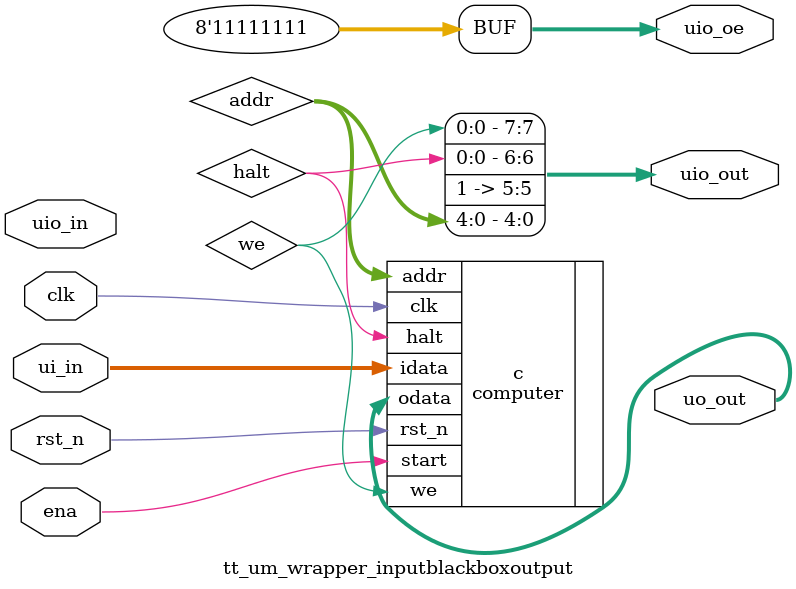
<source format=v>
module tt_um_wrapper_inputblackboxoutput (
    input  wire [7:0] ui_in,    // Dedicated inputs - connected to the input switches
    output wire [7:0] uo_out,   // Dedicated outputs - connected to the 7 segment display
    input  wire [7:0] uio_in,   // IOs: Bidirectional Input path
    output wire [7:0] uio_out,  // IOs: Bidirectional Output path
    output wire [7:0] uio_oe,   // IOs: Bidirectional Enable path (active high: 0=input, 1=output)
    input  wire       ena,      // will go high when the design is enabled
    input  wire       clk,      // clock
    input  wire       rst_n     // reset_n - low to reset
);


    // Set all bidirectional pins as outputs
    assign uio_oe = 8'b11111111;

    wire we;
    wire halt;
    wire [4:0] addr;
  
    computer c(
      .clk(clk),
      .rst_n(rst_n),

      .start(ena),
      .halt(halt),

      .we(we),
      .idata(ui_in),
      .odata(uo_out),
      .addr(addr)
    );
  
  
  assign uio_out = {we, halt, 1'b1, addr};

endmodule

</source>
